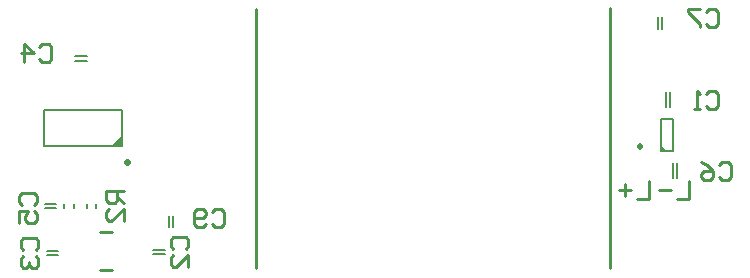
<source format=gbo>
G04 Layer_Color=32896*
%FSLAX42Y42*%
%MOMM*%
G71*
G01*
G75*
%ADD15C,0.50*%
%ADD29C,0.25*%
%ADD30C,0.13*%
%ADD47C,0.60*%
G36*
X6235Y1185D02*
X6179D01*
Y1241D01*
X6235Y1185D01*
D02*
G37*
G36*
X1620Y1225D02*
X1520D01*
X1620Y1325D01*
Y1225D01*
D02*
G37*
D15*
X6003Y1224D02*
X6003Y1225D01*
X6003Y1225D01*
X6003Y1225D01*
X6003Y1224D01*
D29*
X1430Y505D02*
X1530D01*
X1430Y180D02*
X1530D01*
X2750Y200D02*
Y2390D01*
X5750Y200D02*
Y2400D01*
X2053Y358D02*
X2028Y384D01*
Y435D01*
X2053Y460D01*
X2155D01*
X2180Y435D01*
Y384D01*
X2155Y358D01*
X2180Y206D02*
Y308D01*
X2078Y206D01*
X2053D01*
X2028Y231D01*
Y282D01*
X2053Y308D01*
X783Y348D02*
X758Y374D01*
Y425D01*
X783Y450D01*
X885D01*
X910Y425D01*
Y374D01*
X885Y348D01*
X783Y298D02*
X758Y272D01*
Y221D01*
X783Y196D01*
X808D01*
X834Y221D01*
Y247D01*
Y221D01*
X859Y196D01*
X885D01*
X910Y221D01*
Y272D01*
X885Y298D01*
X918Y2067D02*
X944Y2092D01*
X995D01*
X1020Y2067D01*
Y1965D01*
X995Y1940D01*
X944D01*
X918Y1965D01*
X791Y1940D02*
Y2092D01*
X868Y2016D01*
X766D01*
X773Y728D02*
X748Y754D01*
Y805D01*
X773Y830D01*
X875D01*
X900Y805D01*
Y754D01*
X875Y728D01*
X748Y576D02*
Y678D01*
X824D01*
X798Y627D01*
Y601D01*
X824Y576D01*
X875D01*
X900Y601D01*
Y652D01*
X875Y678D01*
X6558Y2367D02*
X6584Y2392D01*
X6635D01*
X6660Y2367D01*
Y2265D01*
X6635Y2240D01*
X6584D01*
X6558Y2265D01*
X6508Y2392D02*
X6406D01*
Y2367D01*
X6508Y2265D01*
Y2240D01*
X6080Y932D02*
Y780D01*
X5978D01*
X5928Y856D02*
X5826D01*
X5877Y907D02*
Y805D01*
X6420Y932D02*
Y780D01*
X6318D01*
X6268Y856D02*
X6166D01*
X1630Y850D02*
X1478D01*
Y774D01*
X1503Y748D01*
X1554D01*
X1579Y774D01*
Y850D01*
Y799D02*
X1630Y748D01*
Y596D02*
Y698D01*
X1528Y596D01*
X1503D01*
X1478Y621D01*
Y672D01*
X1503Y698D01*
X6558Y1667D02*
X6584Y1692D01*
X6635D01*
X6660Y1667D01*
Y1565D01*
X6635Y1540D01*
X6584D01*
X6558Y1565D01*
X6508Y1540D02*
X6457D01*
X6482D01*
Y1692D01*
X6508Y1667D01*
X6668Y1067D02*
X6694Y1092D01*
X6745D01*
X6770Y1067D01*
Y965D01*
X6745Y940D01*
X6694D01*
X6668Y965D01*
X6516Y1092D02*
X6567Y1067D01*
X6618Y1016D01*
Y965D01*
X6592Y940D01*
X6541D01*
X6516Y965D01*
Y991D01*
X6541Y1016D01*
X6618D01*
X2378Y667D02*
X2404Y692D01*
X2455D01*
X2480Y667D01*
Y565D01*
X2455Y540D01*
X2404D01*
X2378Y565D01*
X2328D02*
X2302Y540D01*
X2251D01*
X2226Y565D01*
Y667D01*
X2251Y692D01*
X2302D01*
X2328Y667D01*
Y642D01*
X2302Y616D01*
X2226D01*
D30*
X6179Y1455D02*
X6281D01*
Y1185D02*
Y1455D01*
X6179D02*
X6179Y1185D01*
X6281D01*
X1620Y1225D02*
Y1535D01*
X960Y1225D02*
X1620D01*
X960Y1535D02*
X1620D01*
X960Y1225D02*
Y1535D01*
X6152Y2222D02*
Y2318D01*
X6188Y2222D02*
Y2318D01*
X6285Y955D02*
Y1085D01*
X6315Y955D02*
Y1085D01*
X6255Y1555D02*
Y1685D01*
X6225Y1555D02*
Y1685D01*
X982Y302D02*
X1078D01*
X982Y338D02*
X1078D01*
X1882Y348D02*
X1978D01*
X1882Y312D02*
X1978D01*
X1319Y705D02*
Y735D01*
X1401Y705D02*
Y735D01*
X962Y702D02*
X1058D01*
X962Y738D02*
X1058D01*
X1129Y705D02*
Y735D01*
X1211Y705D02*
Y735D01*
X1222Y1952D02*
X1318D01*
X1222Y1988D02*
X1318D01*
X2012Y542D02*
Y638D01*
X2048Y542D02*
Y638D01*
D47*
X1661Y1095D02*
X1660Y1095D01*
X1660Y1095D01*
X1660Y1096D01*
X1661Y1095D01*
M02*

</source>
